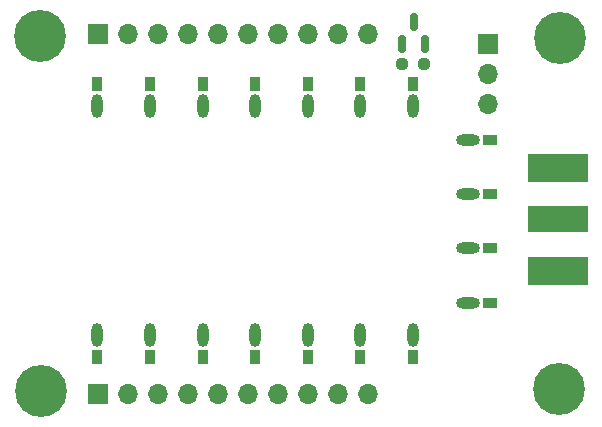
<source format=gbr>
%TF.GenerationSoftware,KiCad,Pcbnew,8.0.4*%
%TF.CreationDate,2024-07-23T12:10:32-05:00*%
%TF.ProjectId,sa8x8-breakout,73613878-382d-4627-9265-616b6f75742e,rev?*%
%TF.SameCoordinates,Original*%
%TF.FileFunction,Soldermask,Top*%
%TF.FilePolarity,Negative*%
%FSLAX46Y46*%
G04 Gerber Fmt 4.6, Leading zero omitted, Abs format (unit mm)*
G04 Created by KiCad (PCBNEW 8.0.4) date 2024-07-23 12:10:32*
%MOMM*%
%LPD*%
G01*
G04 APERTURE LIST*
G04 Aperture macros list*
%AMRoundRect*
0 Rectangle with rounded corners*
0 $1 Rounding radius*
0 $2 $3 $4 $5 $6 $7 $8 $9 X,Y pos of 4 corners*
0 Add a 4 corners polygon primitive as box body*
4,1,4,$2,$3,$4,$5,$6,$7,$8,$9,$2,$3,0*
0 Add four circle primitives for the rounded corners*
1,1,$1+$1,$2,$3*
1,1,$1+$1,$4,$5*
1,1,$1+$1,$6,$7*
1,1,$1+$1,$8,$9*
0 Add four rect primitives between the rounded corners*
20,1,$1+$1,$2,$3,$4,$5,0*
20,1,$1+$1,$4,$5,$6,$7,0*
20,1,$1+$1,$6,$7,$8,$9,0*
20,1,$1+$1,$8,$9,$2,$3,0*%
G04 Aperture macros list end*
%ADD10C,0.700000*%
%ADD11C,4.400000*%
%ADD12RoundRect,0.237500X-0.250000X-0.237500X0.250000X-0.237500X0.250000X0.237500X-0.250000X0.237500X0*%
%ADD13O,2.000000X0.950000*%
%ADD14R,1.300000X0.900000*%
%ADD15R,1.700000X1.700000*%
%ADD16O,1.700000X1.700000*%
%ADD17RoundRect,0.150000X0.150000X-0.587500X0.150000X0.587500X-0.150000X0.587500X-0.150000X-0.587500X0*%
%ADD18O,0.950000X2.000000*%
%ADD19R,0.900000X1.300000*%
%ADD20R,5.080000X2.290000*%
%ADD21R,5.080000X2.420000*%
G04 APERTURE END LIST*
D10*
%TO.C,REF3*%
X130637594Y-103879080D03*
X131120868Y-102712354D03*
X131120868Y-105045806D03*
X132287594Y-102229080D03*
D11*
X132287594Y-103879080D03*
D10*
X132287594Y-105529080D03*
X133454320Y-102712354D03*
X133454320Y-105045806D03*
X133937594Y-103879080D03*
%TD*%
D12*
%TO.C,R1*%
X162897088Y-76219775D03*
X164722088Y-76219775D03*
%TD*%
D13*
%TO.C,J5*%
X168500534Y-96401419D03*
X168500534Y-91801419D03*
X168500534Y-87201419D03*
X168500534Y-82601419D03*
D14*
X170350534Y-96401419D03*
X170350534Y-91801419D03*
X170350534Y-87201419D03*
X170350534Y-82601419D03*
%TD*%
D15*
%TO.C,JP2*%
X170169246Y-74518430D03*
D16*
X170169246Y-77058430D03*
X170169246Y-79598430D03*
%TD*%
D17*
%TO.C,Q1*%
X162913021Y-74502897D03*
X164813021Y-74502897D03*
X163863021Y-72627897D03*
%TD*%
D10*
%TO.C,REF2*%
X174606986Y-73972015D03*
X175090260Y-72805289D03*
X175090260Y-75138741D03*
X176256986Y-72322015D03*
D11*
X176256986Y-73972015D03*
D10*
X176256986Y-75622015D03*
X177423712Y-72805289D03*
X177423712Y-75138741D03*
X177906986Y-73972015D03*
%TD*%
D18*
%TO.C,J4*%
X163803844Y-79743255D03*
X159353844Y-79743255D03*
X154903844Y-79743255D03*
X150453844Y-79743255D03*
X146003844Y-79743255D03*
X141553844Y-79743255D03*
X137103844Y-79743255D03*
D19*
X163803844Y-77893255D03*
X159353844Y-77893255D03*
X154903844Y-77893255D03*
X150453844Y-77893255D03*
X146003844Y-77893255D03*
X141553844Y-77893255D03*
X137103844Y-77893255D03*
%TD*%
D20*
%TO.C,J3*%
X176097887Y-89353425D03*
D21*
X176097887Y-93733425D03*
X176097887Y-84973425D03*
%TD*%
D10*
%TO.C,REF1*%
X130615465Y-73869715D03*
X131098739Y-72702989D03*
X131098739Y-75036441D03*
X132265465Y-72219715D03*
D11*
X132265465Y-73869715D03*
D10*
X132265465Y-75519715D03*
X133432191Y-72702989D03*
X133432191Y-75036441D03*
X133915465Y-73869715D03*
%TD*%
D18*
%TO.C,J6*%
X137101526Y-99132648D03*
X141551526Y-99132648D03*
X146001526Y-99132648D03*
X150451526Y-99132648D03*
X154901526Y-99132648D03*
X159351526Y-99132648D03*
X163801526Y-99132648D03*
D19*
X137101526Y-100982648D03*
X141551526Y-100982648D03*
X146001526Y-100982648D03*
X150451526Y-100982648D03*
X154901526Y-100982648D03*
X159351526Y-100982648D03*
X163801526Y-100982648D03*
%TD*%
D10*
%TO.C,REF4*%
X174500000Y-103728194D03*
X174983274Y-102561468D03*
X174983274Y-104894920D03*
X176150000Y-102078194D03*
D11*
X176150000Y-103728194D03*
D10*
X176150000Y-105378194D03*
X177316726Y-102561468D03*
X177316726Y-104894920D03*
X177800000Y-103728194D03*
%TD*%
D15*
%TO.C,J1*%
X137160000Y-73660000D03*
D16*
X139700000Y-73660000D03*
X142240000Y-73660000D03*
X144780000Y-73660000D03*
X147320000Y-73660000D03*
X149860000Y-73660000D03*
X152400000Y-73660000D03*
X154940000Y-73660000D03*
X157480000Y-73660000D03*
X160020000Y-73660000D03*
%TD*%
D15*
%TO.C,J2*%
X137160000Y-104140000D03*
D16*
X139700000Y-104140000D03*
X142240000Y-104140000D03*
X144780000Y-104140000D03*
X147320000Y-104140000D03*
X149860000Y-104140000D03*
X152400000Y-104140000D03*
X154940000Y-104140000D03*
X157480000Y-104140000D03*
X160020000Y-104140000D03*
%TD*%
M02*

</source>
